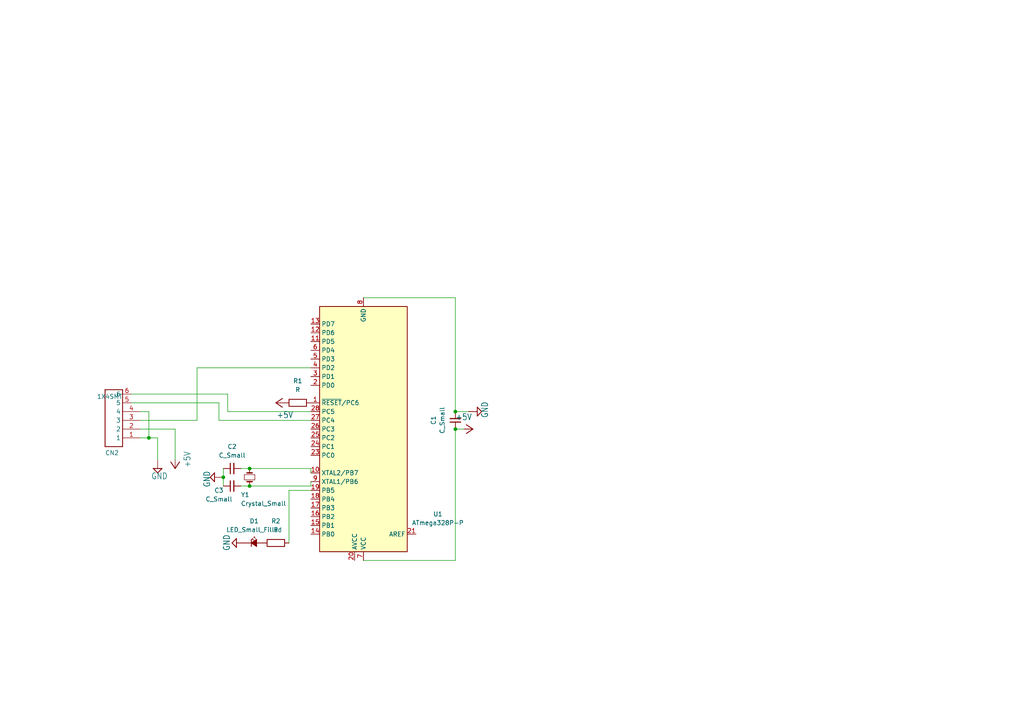
<source format=kicad_sch>
(kicad_sch (version 20211123) (generator eeschema)
  (paper "A4")
  (lib_symbols
    (symbol "Adafruit NeoPixel 8 Stick-eagle-import:+5V" (power)
      (property "Value" "+5V" (at -2.54 -5.08 90))
      (symbol "+5V_1_0"
        (polyline (pts (xy 0 0) (xy -1.27 -1.905)) (stroke (width 0.254)))
        (polyline (pts (xy 1.27 -1.905) (xy 0 0)) (stroke (width 0.254)))
        (pin power_in line (at 0 -2.54 90) (length 2.54) (name "+5V") (number "1"))
      )
    )
    (symbol "Adafruit NeoPixel 8 Stick-eagle-import:1X4SMT"
      (property "Reference" "CN" (at 5.08 7.62 0))
      (property "Value" "1X4SMT" (at 0 -10.16 0))
      (symbol "1X4SMT_1_0"
        (polyline (pts (xy 0 -11.43) (xy 0 5.08)) (stroke (width 0.254)))
        (polyline (pts (xy 0 5.08) (xy 5.08 5.08)) (stroke (width 0.254)))
        (polyline (pts (xy 5.08 -11.43) (xy 0 -11.43)) (stroke (width 0.254)))
        (polyline (pts (xy 5.08 5.08) (xy 5.08 -11.43)) (stroke (width 0.254)))
        (pin bidirectional line (at -5.08 2.54 0) (length 5.08) (name "1") (number "1"))
        (pin bidirectional line (at -5.08 0 0) (length 5.08) (name "2") (number "2"))
        (pin bidirectional line (at -5.08 -2.54 0) (length 5.08) (name "3") (number "3"))
        (pin bidirectional line (at -5.08 -5.08 0) (length 5.08) (name "4") (number "4"))
      )
      (symbol "1X4SMT_1_1"
        (pin bidirectional line (at -2.54 -7.62 0) (length 2.54) (name "5") (number "5"))
        (pin bidirectional line (at -2.54 -10.16 0) (length 2.54) (name "6") (number "6"))
      )
    )
    (symbol "Adafruit NeoPixel 8 Stick-eagle-import:GND" (power)
      (property "Value" "GND" (at -1.905 -3.175 0))
      (symbol "GND_1_0"
        (polyline (pts (xy -1.27 0) (xy 1.27 0)) (stroke (width 0.254)))
        (polyline (pts (xy 0 -1.27) (xy -1.27 0)) (stroke (width 0.254)))
        (polyline (pts (xy 1.27 0) (xy 0 -1.27)) (stroke (width 0.254)))
        (pin power_in line (at 0 2.54 270) (length 2.54) (name "GND") (number "1"))
      )
    )
    (symbol "Device:C_Small" (pin_numbers hide) (pin_names (offset 0.254) hide)
      (property "Reference" "C" (at 0.254 1.778 0))
      (property "Value" "C_Small" (at 0.254 -2.032 0))
      (symbol "C_Small_0_1"
        (polyline (pts (xy -1.524 -0.508) (xy 1.524 -0.508)) (stroke (width 0.3302)))
        (polyline (pts (xy -1.524 0.508) (xy 1.524 0.508)) (stroke (width 0.3048)))
      )
      (symbol "C_Small_1_1"
        (pin passive line (at 0 2.54 270) (length 2.032) (name "~") (number "1"))
        (pin passive line (at 0 -2.54 90) (length 2.032) (name "~") (number "2"))
      )
    )
    (symbol "Device:Crystal_Small" (pin_numbers hide) (pin_names (offset 1.016) hide)
      (property "Reference" "Y" (at 0 2.54 0))
      (property "Value" "Crystal_Small" (at 0 -2.54 0))
      (symbol "Crystal_Small_0_1"
        (rectangle (start -0.762 -1.524) (end 0.762 1.524))
        (polyline (pts (xy -1.27 -0.762) (xy -1.27 0.762)) (stroke (width 0.381)))
        (polyline (pts (xy 1.27 -0.762) (xy 1.27 0.762)) (stroke (width 0.381)))
      )
      (symbol "Crystal_Small_1_1"
        (pin passive line (at -2.54 0 0) (length 1.27) (name "1") (number "1"))
        (pin passive line (at 2.54 0 180) (length 1.27) (name "2") (number "2"))
      )
    )
    (symbol "Device:LED_Small_Filled" (pin_numbers hide) (pin_names (offset 0.254) hide)
      (property "Reference" "D" (at -1.27 3.175 0))
      (property "Value" "LED_Small_Filled" (at -4.445 -2.54 0))
      (symbol "LED_Small_Filled_0_1"
        (polyline (pts (xy -0.762 -1.016) (xy -0.762 1.016)) (stroke (width 0.254)))
        (polyline (pts (xy 1.016 0) (xy -0.762 0)))
        (polyline (pts (xy 0.762 -1.016) (xy -0.762 0) (xy 0.762 1.016) (xy 0.762 -1.016)) (stroke (width 0.254)) (fill (type outline)))
        (polyline (pts (xy 0 0.762) (xy -0.508 1.27) (xy -0.254 1.27) (xy -0.508 1.27) (xy -0.508 1.016)))
        (polyline (pts (xy 0.508 1.27) (xy 0 1.778) (xy 0.254 1.778) (xy 0 1.778) (xy 0 1.524)))
      )
      (symbol "LED_Small_Filled_1_1"
        (pin passive line (at -2.54 0 0) (length 1.778) (name "K") (number "1"))
        (pin passive line (at 2.54 0 180) (length 1.778) (name "A") (number "2"))
      )
    )
    (symbol "Device:R" (pin_numbers hide) (pin_names (offset 0))
      (property "Reference" "R" (at 2.032 0 90))
      (property "Value" "R" (at 0 0 90))
      (symbol "R_0_1"
        (rectangle (start -1.016 -2.54) (end 1.016 2.54) (stroke (width 0.254)))
      )
      (symbol "R_1_1"
        (pin passive line (at 0 3.81 270) (length 1.27) (name "~") (number "1"))
        (pin passive line (at 0 -3.81 90) (length 1.27) (name "~") (number "2"))
      )
    )
    (symbol "MCU_Microchip_ATmega:ATmega328P-P"
      (property "Reference" "U" (at -12.7 36.83 0))
      (property "Value" "ATmega328P-P" (at 2.54 -36.83 0))
      (symbol "ATmega328P-P_0_1"
        (rectangle (start -12.7 -35.56) (end 12.7 35.56) (stroke (width 0.254)) (fill (type background)))
      )
      (symbol "ATmega328P-P_1_1"
        (pin bidirectional line (at 15.24 -7.62 180) (length 2.54) (name "~{RESET}/PC6") (number "1"))
        (pin bidirectional line (at 15.24 12.7 180) (length 2.54) (name "XTAL2/PB7") (number "10"))
        (pin bidirectional line (at 15.24 -25.4 180) (length 2.54) (name "PD5") (number "11"))
        (pin bidirectional line (at 15.24 -27.94 180) (length 2.54) (name "PD6") (number "12"))
        (pin bidirectional line (at 15.24 -30.48 180) (length 2.54) (name "PD7") (number "13"))
        (pin bidirectional line (at 15.24 30.48 180) (length 2.54) (name "PB0") (number "14"))
        (pin bidirectional line (at 15.24 27.94 180) (length 2.54) (name "PB1") (number "15"))
        (pin bidirectional line (at 15.24 25.4 180) (length 2.54) (name "PB2") (number "16"))
        (pin bidirectional line (at 15.24 22.86 180) (length 2.54) (name "PB3") (number "17"))
        (pin bidirectional line (at 15.24 20.32 180) (length 2.54) (name "PB4") (number "18"))
        (pin bidirectional line (at 15.24 17.78 180) (length 2.54) (name "PB5") (number "19"))
        (pin bidirectional line (at 15.24 -12.7 180) (length 2.54) (name "PD0") (number "2"))
        (pin power_in line (at 2.54 38.1 270) (length 2.54) (name "AVCC") (number "20"))
        (pin passive line (at -15.24 30.48 0) (length 2.54) (name "AREF") (number "21"))
        (pin passive line (at 0 -38.1 90) (length 2.54) hide (name "GND") (number "22"))
        (pin bidirectional line (at 15.24 7.62 180) (length 2.54) (name "PC0") (number "23"))
        (pin bidirectional line (at 15.24 5.08 180) (length 2.54) (name "PC1") (number "24"))
        (pin bidirectional line (at 15.24 2.54 180) (length 2.54) (name "PC2") (number "25"))
        (pin bidirectional line (at 15.24 0 180) (length 2.54) (name "PC3") (number "26"))
        (pin bidirectional line (at 15.24 -2.54 180) (length 2.54) (name "PC4") (number "27"))
        (pin bidirectional line (at 15.24 -5.08 180) (length 2.54) (name "PC5") (number "28"))
        (pin bidirectional line (at 15.24 -15.24 180) (length 2.54) (name "PD1") (number "3"))
        (pin bidirectional line (at 15.24 -17.78 180) (length 2.54) (name "PD2") (number "4"))
        (pin bidirectional line (at 15.24 -20.32 180) (length 2.54) (name "PD3") (number "5"))
        (pin bidirectional line (at 15.24 -22.86 180) (length 2.54) (name "PD4") (number "6"))
        (pin power_in line (at 0 38.1 270) (length 2.54) (name "VCC") (number "7"))
        (pin power_in line (at 0 -38.1 90) (length 2.54) (name "GND") (number "8"))
        (pin bidirectional line (at 15.24 15.24 180) (length 2.54) (name "XTAL1/PB6") (number "9"))
      )
    )
  )
  (junction (at 132.08 119.38))
  (junction (at 72.39 140.97))
  (junction (at 43.18 127))
  (junction (at 132.08 124.46))
  (junction (at 72.39 135.89))
  (junction (at 64.77 138.43))
  (wire (pts (xy 40.64 127) (xy 43.18 127)))
  (wire (pts (xy 43.18 127) (xy 45.72 127)))
  (wire (pts (xy 38.1 114.3) (xy 66.04 114.3)))
  (wire (pts (xy 63.5 116.84) (xy 63.5 121.92)))
  (wire (pts (xy 50.8 124.46) (xy 50.8 133.35)))
  (wire (pts (xy 90.17 135.89) (xy 90.17 137.16)))
  (wire (pts (xy 64.77 138.43) (xy 64.77 140.97)))
  (wire (pts (xy 132.08 124.46) (xy 134.62 124.46)))
  (wire (pts (xy 69.85 140.97) (xy 72.39 140.97)))
  (wire (pts (xy 40.64 124.46) (xy 50.8 124.46)))
  (wire (pts (xy 66.04 119.38) (xy 66.04 114.3)))
  (wire (pts (xy 132.08 86.36) (xy 132.08 119.38)))
  (wire (pts (xy 72.39 135.89) (xy 90.17 135.89)))
  (wire (pts (xy 105.41 86.36) (xy 132.08 86.36)))
  (wire (pts (xy 69.85 135.89) (xy 72.39 135.89)))
  (wire (pts (xy 57.15 121.92) (xy 57.15 106.68)))
  (wire (pts (xy 132.08 124.46) (xy 132.08 162.56)))
  (wire (pts (xy 38.1 116.84) (xy 63.5 116.84)))
  (wire (pts (xy 43.18 119.38) (xy 43.18 127)))
  (wire (pts (xy 132.08 162.56) (xy 105.41 162.56)))
  (wire (pts (xy 63.5 121.92) (xy 90.17 121.92)))
  (wire (pts (xy 90.17 119.38) (xy 66.04 119.38)))
  (wire (pts (xy 40.64 121.92) (xy 57.15 121.92)))
  (wire (pts (xy 132.08 119.38) (xy 135.89 119.38)))
  (wire (pts (xy 45.72 127) (xy 45.72 133.35)))
  (wire (pts (xy 90.17 142.24) (xy 83.82 142.24)))
  (wire (pts (xy 90.17 140.97) (xy 90.17 139.7)))
  (wire (pts (xy 57.15 106.68) (xy 90.17 106.68)))
  (wire (pts (xy 40.64 119.38) (xy 43.18 119.38)))
  (wire (pts (xy 64.77 135.89) (xy 64.77 138.43)))
  (wire (pts (xy 83.82 142.24) (xy 83.82 157.48)))
  (wire (pts (xy 72.39 140.97) (xy 90.17 140.97)))
  (symbol (lib_id "MCU_Microchip_ATmega:ATmega328P-P") (at 105.41 124.46 180) (unit 1)
    (property "Reference" "U1" (at 127 149.1105 0))
    (property "Value" "ATmega328P-P" (at 127 151.6505 0))
    (property "Footprint" "Package_DIP:DIP-28_W7.62mm" (effects hide))
    (property "Datasheet" "http://ww1.microchip.com/downloads/en/DeviceDoc/ATmega328_P%20AVR%20MCU%20with%20picoPower%20Technology%20Data%20Sheet%2040001984A.pdf" (effects hide))
  )
  (symbol (lib_id "Device:C_Small") (at 132.08 121.92 180) (unit 1)
    (property "Reference" "C1" (at 125.73 121.9137 90))
    (property "Value" "C_Small" (at 128.27 121.9137 90))
    (property "Footprint" "Capacitor_THT:C_Disc_D4.7mm_W2.5mm_P5.00mm" (effects hide))
  )
  (symbol (lib_id "Adafruit NeoPixel 8 Stick-eagle-import:+5V") (at 50.8 135.89 180) (unit 1)
    (property "Reference" "#P+0101" (effects hide))
    (property "Value" "+5V" (at 53.34 130.81 90) (effects (font (size 1.778 1.5113)) (justify left bottom)))
    (property "Footprint" "Adafruit NeoPixel 8 Stick:" (effects hide))
  )
  (symbol (lib_id "Adafruit NeoPixel 8 Stick-eagle-import:+5V") (at 137.16 124.46 270) (unit 1)
    (property "Reference" "#P+0102" (effects hide))
    (property "Value" "+5V" (at 132.08 121.92 90) (effects (font (size 1.778 1.5113)) (justify left bottom)))
    (property "Footprint" "Adafruit NeoPixel 8 Stick:" (effects hide))
  )
  (symbol (lib_id "Adafruit NeoPixel 8 Stick-eagle-import:GND") (at 138.43 119.38 90) (unit 1)
    (property "Reference" "#SUPPLY0104" (effects hide))
    (property "Value" "GND" (at 141.605 121.285 0) (effects (font (size 1.778 1.5113)) (justify left bottom)))
    (property "Footprint" "Adafruit NeoPixel 8 Stick:" (effects hide))
  )
  (symbol (lib_id "Adafruit NeoPixel 8 Stick-eagle-import:1X4SMT") (at 35.56 124.46 180) (unit 1)
    (property "Reference" "CN2" (at 30.48 132.08 0) (effects (justify right top)))
    (property "Value" "1X4SMT" (at 35.56 114.3 0) (effects (justify left bottom)))
    (property "Footprint" "Adafruit NeoPixel 8 Stick:1X4-SMT" (effects hide))
  )
  (symbol (lib_id "Adafruit NeoPixel 8 Stick-eagle-import:GND") (at 62.23 138.43 270) (unit 1)
    (property "Reference" "#SUPPLY0101" (effects hide))
    (property "Value" "GND" (at 59.055 136.525 0) (effects (font (size 1.778 1.5113)) (justify left bottom)))
    (property "Footprint" "Adafruit NeoPixel 8 Stick:" (effects hide))
  )
  (symbol (lib_id "Adafruit NeoPixel 8 Stick-eagle-import:GND") (at 45.72 135.89 0) (unit 1)
    (property "Reference" "#SUPPLY0102" (effects hide))
    (property "Value" "GND" (at 43.815 139.065 0) (effects (font (size 1.778 1.5113)) (justify left bottom)))
    (property "Footprint" "Adafruit NeoPixel 8 Stick:" (effects hide))
  )
  (symbol (lib_id "Adafruit NeoPixel 8 Stick-eagle-import:+5V") (at 80.01 116.84 90) (unit 1)
    (property "Reference" "#P+0103" (effects hide))
    (property "Value" "+5V" (at 85.09 119.38 90) (effects (font (size 1.778 1.5113)) (justify left bottom)))
    (property "Footprint" "Adafruit NeoPixel 8 Stick:" (effects hide))
  )
  (symbol (lib_id "Device:C_Small") (at 67.31 135.89 90) (unit 1)
    (property "Reference" "C2" (at 67.3163 129.54 90))
    (property "Value" "C_Small" (at 67.3163 132.08 90))
    (property "Footprint" "Capacitor_THT:C_Disc_D4.7mm_W2.5mm_P5.00mm" (effects hide))
  )
  (symbol (lib_id "Device:R") (at 86.36 116.84 90) (unit 1)
    (property "Reference" "R1" (at 86.36 110.49 90))
    (property "Value" "R" (at 86.36 113.03 90))
    (property "Footprint" "Resistor_THT:R_Axial_DIN0207_L6.3mm_D2.5mm_P7.62mm_Horizontal" (effects hide))
  )
  (symbol (lib_id "Adafruit NeoPixel 8 Stick-eagle-import:GND") (at 68.58 157.48 270) (unit 1)
    (property "Reference" "#SUPPLY0103" (effects hide))
    (property "Value" "GND" (at 64.77 154.94 0) (effects (font (size 1.778 1.5113)) (justify left bottom)))
    (property "Footprint" "Adafruit NeoPixel 8 Stick:" (effects hide))
  )
  (symbol (lib_id "Device:C_Small") (at 67.31 140.97 90) (unit 1)
    (property "Reference" "C3" (at 63.5 142.24 90))
    (property "Value" "C_Small" (at 63.5 144.78 90))
    (property "Footprint" "Capacitor_THT:C_Disc_D4.7mm_W2.5mm_P5.00mm" (effects hide))
  )
  (symbol (lib_id "Device:R") (at 80.01 157.48 90) (unit 1)
    (property "Reference" "R2" (at 80.01 151.13 90))
    (property "Value" "R" (at 80.01 153.67 90))
    (property "Footprint" "Resistor_THT:R_Axial_DIN0207_L6.3mm_D2.5mm_P7.62mm_Horizontal" (effects hide))
  )
  (symbol (lib_id "Device:Crystal_Small") (at 72.39 138.43 270) (unit 1)
    (property "Reference" "Y1" (at 69.85 143.51 90) (effects (justify left)))
    (property "Value" "Crystal_Small" (at 69.85 146.05 90) (effects (justify left)))
    (property "Footprint" "Crystal:Crystal_HC49-U_Vertical" (effects hide))
  )
  (symbol (lib_id "Device:LED_Small_Filled") (at 73.66 157.48 0) (unit 1)
    (property "Reference" "D1" (at 73.7235 151.13 0))
    (property "Value" "LED_Small_Filled" (at 73.7235 153.67 0))
    (property "Footprint" "LED_THT:LED_D3.0mm" (effects hide))
  )
)
</source>
